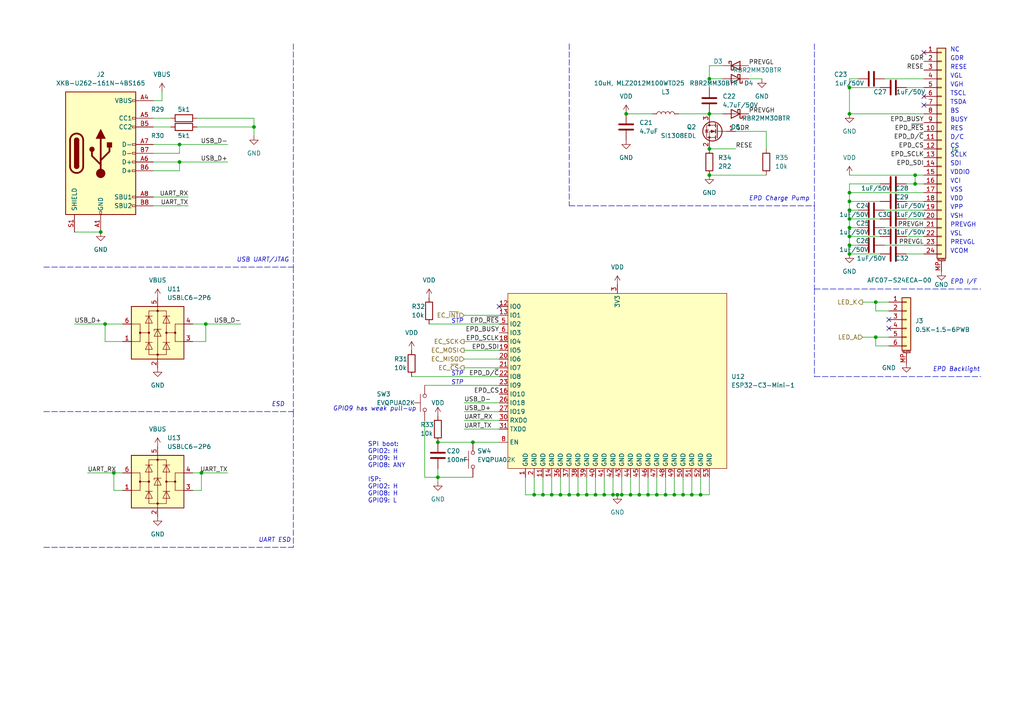
<source format=kicad_sch>
(kicad_sch (version 20211123) (generator eeschema)
  (paper "A4")
  (title_block (title "Home Sensor Tag") (rev "A0") (company "iM.Inc") (comment 1 "PRE-RELEASE"))
  (lib_symbols
    (symbol "Connector:USB_C_Receptacle_USB2.0" (pin_names (offset 1.016))
      (property "Reference" "J" (at -10.16 19.05 0))
      (property "Value" "USB_C_Receptacle_USB2.0" (at 19.05 19.05 0))
      (symbol "USB_C_Receptacle_USB2.0_0_0"
        (rectangle (start -0.254 -17.78) (end 0.254 -16.764))
        (rectangle (start 10.16 -14.986) (end 9.144 -15.494))
        (rectangle (start 10.16 -12.446) (end 9.144 -12.954))
        (rectangle (start 10.16 -4.826) (end 9.144 -5.334))
        (rectangle (start 10.16 -2.286) (end 9.144 -2.794))
        (rectangle (start 10.16 0.254) (end 9.144 -0.254))
        (rectangle (start 10.16 2.794) (end 9.144 2.286))
        (rectangle (start 10.16 7.874) (end 9.144 7.366))
        (rectangle (start 10.16 10.414) (end 9.144 9.906))
        (rectangle (start 10.16 15.494) (end 9.144 14.986))
      )
      (symbol "USB_C_Receptacle_USB2.0_0_1"
        (rectangle (start -10.16 17.78) (end 10.16 -17.78) (stroke (width 0.254)) (fill (type background)))
        (arc (start -8.89 -3.81) (mid -6.985 -5.715) (end -5.08 -3.81) (stroke (width 0.508)))
        (arc (start -7.62 -3.81) (mid -6.985 -4.445) (end -6.35 -3.81) (stroke (width 0.254)))
        (arc (start -7.62 -3.81) (mid -6.985 -4.445) (end -6.35 -3.81) (stroke (width 0.254)) (fill (type outline)))
        (rectangle (start -7.62 -3.81) (end -6.35 3.81) (stroke (width 0.254)) (fill (type outline)))
        (arc (start -6.35 3.81) (mid -6.985 4.445) (end -7.62 3.81) (stroke (width 0.254)))
        (arc (start -6.35 3.81) (mid -6.985 4.445) (end -7.62 3.81) (stroke (width 0.254)) (fill (type outline)))
        (arc (start -5.08 3.81) (mid -6.985 5.715) (end -8.89 3.81) (stroke (width 0.508)))
        (circle (center -2.54 1.143) (radius 0.635) (stroke (width 0.254)) (fill (type outline)))
        (circle (center 0 -5.842) (radius 1.27) (fill (type outline)))
        (polyline (pts (xy -8.89 -3.81) (xy -8.89 3.81)) (stroke (width 0.508)))
        (polyline (pts (xy -5.08 3.81) (xy -5.08 -3.81)) (stroke (width 0.508)))
        (polyline (pts (xy 0 -5.842) (xy 0 4.318)) (stroke (width 0.508)))
        (polyline (pts (xy 0 -3.302) (xy -2.54 -0.762) (xy -2.54 0.508)) (stroke (width 0.508)))
        (polyline (pts (xy 0 -2.032) (xy 2.54 0.508) (xy 2.54 1.778)) (stroke (width 0.508)))
        (polyline (pts (xy -1.27 4.318) (xy 0 6.858) (xy 1.27 4.318) (xy -1.27 4.318)) (stroke (width 0.254)) (fill (type outline)))
        (rectangle (start 1.905 1.778) (end 3.175 3.048) (stroke (width 0.254)) (fill (type outline)))
      )
      (symbol "USB_C_Receptacle_USB2.0_1_1"
        (pin passive line (at 0 -22.86 90) (length 5.08) (name "GND") (number "A1"))
        (pin passive line (at 0 -22.86 90) (length 5.08) hide (name "GND") (number "A12"))
        (pin passive line (at 15.24 15.24 180) (length 5.08) (name "VBUS") (number "A4"))
        (pin bidirectional line (at 15.24 10.16 180) (length 5.08) (name "CC1") (number "A5"))
        (pin bidirectional line (at 15.24 -2.54 180) (length 5.08) (name "D+") (number "A6"))
        (pin bidirectional line (at 15.24 2.54 180) (length 5.08) (name "D-") (number "A7"))
        (pin bidirectional line (at 15.24 -12.7 180) (length 5.08) (name "SBU1") (number "A8"))
        (pin passive line (at 15.24 15.24 180) (length 5.08) hide (name "VBUS") (number "A9"))
        (pin passive line (at 0 -22.86 90) (length 5.08) hide (name "GND") (number "B1"))
        (pin passive line (at 0 -22.86 90) (length 5.08) hide (name "GND") (number "B12"))
        (pin passive line (at 15.24 15.24 180) (length 5.08) hide (name "VBUS") (number "B4"))
        (pin bidirectional line (at 15.24 7.62 180) (length 5.08) (name "CC2") (number "B5"))
        (pin bidirectional line (at 15.24 -5.08 180) (length 5.08) (name "D+") (number "B6"))
        (pin bidirectional line (at 15.24 0 180) (length 5.08) (name "D-") (number "B7"))
        (pin bidirectional line (at 15.24 -15.24 180) (length 5.08) (name "SBU2") (number "B8"))
        (pin passive line (at 15.24 15.24 180) (length 5.08) hide (name "VBUS") (number "B9"))
        (pin passive line (at -7.62 -22.86 90) (length 5.08) (name "SHIELD") (number "S1"))
      )
    )
    (symbol "Connector_Generic_MountingPin:Conn_01x06_MountingPin" (pin_names (offset 1.016) hide)
      (property "Reference" "J" (at 0 7.62 0))
      (property "Value" "Conn_01x06_MountingPin" (at 1.27 -10.16 0))
      (symbol "Conn_01x06_MountingPin_1_1"
        (rectangle (start -1.27 -7.493) (end 0 -7.747) (stroke (width 0.1524)))
        (rectangle (start -1.27 -4.953) (end 0 -5.207) (stroke (width 0.1524)))
        (rectangle (start -1.27 -2.413) (end 0 -2.667) (stroke (width 0.1524)))
        (rectangle (start -1.27 0.127) (end 0 -0.127) (stroke (width 0.1524)))
        (rectangle (start -1.27 2.667) (end 0 2.413) (stroke (width 0.1524)))
        (rectangle (start -1.27 5.207) (end 0 4.953) (stroke (width 0.1524)))
        (rectangle (start -1.27 6.35) (end 1.27 -8.89) (stroke (width 0.254)) (fill (type background)))
        (polyline (pts (xy -1.016 -9.652) (xy 1.016 -9.652)) (stroke (width 0.1524)))
        (text "Mounting" (at 0 -9.271 0) (effects (font (size 0.381 0.381))))
        (pin passive line (at -5.08 5.08 0) (length 3.81) (name "Pin_1") (number "1"))
        (pin passive line (at -5.08 2.54 0) (length 3.81) (name "Pin_2") (number "2"))
        (pin passive line (at -5.08 0 0) (length 3.81) (name "Pin_3") (number "3"))
        (pin passive line (at -5.08 -2.54 0) (length 3.81) (name "Pin_4") (number "4"))
        (pin passive line (at -5.08 -5.08 0) (length 3.81) (name "Pin_5") (number "5"))
        (pin passive line (at -5.08 -7.62 0) (length 3.81) (name "Pin_6") (number "6"))
        (pin passive line (at 0 -12.7 90) (length 3.048) (name "MountPin") (number "MP"))
      )
    )
    (symbol "Connector_Generic_MountingPin:Conn_01x24_MountingPin" (pin_names (offset 1.016) hide)
      (property "Reference" "J" (at 0 30.48 0))
      (property "Value" "Conn_01x24_MountingPin" (at 1.27 -33.02 0))
      (symbol "Conn_01x24_MountingPin_1_1"
        (rectangle (start -1.27 -30.353) (end 0 -30.607) (stroke (width 0.1524)))
        (rectangle (start -1.27 -27.813) (end 0 -28.067) (stroke (width 0.1524)))
        (rectangle (start -1.27 -25.273) (end 0 -25.527) (stroke (width 0.1524)))
        (rectangle (start -1.27 -22.733) (end 0 -22.987) (stroke (width 0.1524)))
        (rectangle (start -1.27 -20.193) (end 0 -20.447) (stroke (width 0.1524)))
        (rectangle (start -1.27 -17.653) (end 0 -17.907) (stroke (width 0.1524)))
        (rectangle (start -1.27 -15.113) (end 0 -15.367) (stroke (width 0.1524)))
        (rectangle (start -1.27 -12.573) (end 0 -12.827) (stroke (width 0.1524)))
        (rectangle (start -1.27 -10.033) (end 0 -10.287) (stroke (width 0.1524)))
        (rectangle (start -1.27 -7.493) (end 0 -7.747) (stroke (width 0.1524)))
        (rectangle (start -1.27 -4.953) (end 0 -5.207) (stroke (width 0.1524)))
        (rectangle (start -1.27 -2.413) (end 0 -2.667) (stroke (width 0.1524)))
        (rectangle (start -1.27 0.127) (end 0 -0.127) (stroke (width 0.1524)))
        (rectangle (start -1.27 2.667) (end 0 2.413) (stroke (width 0.1524)))
        (rectangle (start -1.27 5.207) (end 0 4.953) (stroke (width 0.1524)))
        (rectangle (start -1.27 7.747) (end 0 7.493) (stroke (width 0.1524)))
        (rectangle (start -1.27 10.287) (end 0 10.033) (stroke (width 0.1524)))
        (rectangle (start -1.27 12.827) (end 0 12.573) (stroke (width 0.1524)))
        (rectangle (start -1.27 15.367) (end 0 15.113) (stroke (width 0.1524)))
        (rectangle (start -1.27 17.907) (end 0 17.653) (stroke (width 0.1524)))
        (rectangle (start -1.27 20.447) (end 0 20.193) (stroke (width 0.1524)))
        (rectangle (start -1.27 22.987) (end 0 22.733) (stroke (width 0.1524)))
        (rectangle (start -1.27 25.527) (end 0 25.273) (stroke (width 0.1524)))
        (rectangle (start -1.27 28.067) (end 0 27.813) (stroke (width 0.1524)))
        (rectangle (start -1.27 29.21) (end 1.27 -31.75) (stroke (width 0.254)) (fill (type background)))
        (polyline (pts (xy -1.016 -32.512) (xy 1.016 -32.512)) (stroke (width 0.1524)))
        (text "Mounting" (at 0 -32.131 0) (effects (font (size 0.381 0.381))))
        (pin passive line (at -5.08 27.94 0) (length 3.81) (name "Pin_1") (number "1"))
        (pin passive line (at -5.08 5.08 0) (length 3.81) (name "Pin_10") (number "10"))
        (pin passive line (at -5.08 2.54 0) (length 3.81) (name "Pin_11") (number "11"))
        (pin passive line (at -5.08 0 0) (length 3.81) (name "Pin_12") (number "12"))
        (pin passive line (at -5.08 -2.54 0) (length 3.81) (name "Pin_13") (number "13"))
        (pin passive line (at -5.08 -5.08 0) (length 3.81) (name "Pin_14") (number "14"))
        (pin passive line (at -5.08 -7.62 0) (length 3.81) (name "Pin_15") (number "15"))
        (pin passive line (at -5.08 -10.16 0) (length 3.81) (name "Pin_16") (number "16"))
        (pin passive line (at -5.08 -12.7 0) (length 3.81) (name "Pin_17") (number "17"))
        (pin passive line (at -5.08 -15.24 0) (length 3.81) (name "Pin_18") (number "18"))
        (pin passive line (at -5.08 -17.78 0) (length 3.81) (name "Pin_19") (number "19"))
        (pin passive line (at -5.08 25.4 0) (length 3.81) (name "Pin_2") (number "2"))
        (pin passive line (at -5.08 -20.32 0) (length 3.81) (name "Pin_20") (number "20"))
        (pin passive line (at -5.08 -22.86 0) (length 3.81) (name "Pin_21") (number "21"))
        (pin passive line (at -5.08 -25.4 0) (length 3.81) (name "Pin_22") (number "22"))
        (pin passive line (at -5.08 -27.94 0) (length 3.81) (name "Pin_23") (number "23"))
        (pin passive line (at -5.08 -30.48 0) (length 3.81) (name "Pin_24") (number "24"))
        (pin passive line (at -5.08 22.86 0) (length 3.81) (name "Pin_3") (number "3"))
        (pin passive line (at -5.08 20.32 0) (length 3.81) (name "Pin_4") (number "4"))
        (pin passive line (at -5.08 17.78 0) (length 3.81) (name "Pin_5") (number "5"))
        (pin passive line (at -5.08 15.24 0) (length 3.81) (name "Pin_6") (number "6"))
        (pin passive line (at -5.08 12.7 0) (length 3.81) (name "Pin_7") (number "7"))
        (pin passive line (at -5.08 10.16 0) (length 3.81) (name "Pin_8") (number "8"))
        (pin passive line (at -5.08 7.62 0) (length 3.81) (name "Pin_9") (number "9"))
        (pin passive line (at 0 -35.56 90) (length 3.048) (name "MountPin") (number "MP"))
      )
    )
    (symbol "Device:C" (pin_numbers hide) (pin_names (offset 0.254))
      (property "Reference" "C" (at 0.635 2.54 0))
      (property "Value" "C" (at 0.635 -2.54 0))
      (symbol "C_0_1"
        (polyline (pts (xy -2.032 -0.762) (xy 2.032 -0.762)) (stroke (width 0.508)))
        (polyline (pts (xy -2.032 0.762) (xy 2.032 0.762)) (stroke (width 0.508)))
      )
      (symbol "C_1_1"
        (pin passive line (at 0 3.81 270) (length 2.794) (name "~") (number "1"))
        (pin passive line (at 0 -3.81 90) (length 2.794) (name "~") (number "2"))
      )
    )
    (symbol "Device:D_Schottky" (pin_numbers hide) (pin_names (offset 1.016) hide)
      (property "Reference" "D" (at 0 2.54 0))
      (property "Value" "D_Schottky" (at 0 -2.54 0))
      (symbol "D_Schottky_0_1"
        (polyline (pts (xy 1.27 0) (xy -1.27 0)))
        (polyline (pts (xy 1.27 1.27) (xy 1.27 -1.27) (xy -1.27 0) (xy 1.27 1.27)) (stroke (width 0.254)))
        (polyline (pts (xy -1.905 0.635) (xy -1.905 1.27) (xy -1.27 1.27) (xy -1.27 -1.27) (xy -0.635 -1.27) (xy -0.635 -0.635)) (stroke (width 0.254)))
      )
      (symbol "D_Schottky_1_1"
        (pin passive line (at -3.81 0 0) (length 2.54) (name "K") (number "1"))
        (pin passive line (at 3.81 0 180) (length 2.54) (name "A") (number "2"))
      )
    )
    (symbol "Device:L" (pin_numbers hide) (pin_names (offset 1.016) hide)
      (property "Reference" "L" (at -1.27 0 90))
      (property "Value" "L" (at 1.905 0 90))
      (symbol "L_0_1"
        (arc (start 0 -2.54) (mid 0.635 -1.905) (end 0 -1.27))
        (arc (start 0 -1.27) (mid 0.635 -0.635) (end 0 0))
        (arc (start 0 0) (mid 0.635 0.635) (end 0 1.27))
        (arc (start 0 1.27) (mid 0.635 1.905) (end 0 2.54))
      )
      (symbol "L_1_1"
        (pin passive line (at 0 3.81 270) (length 1.27) (name "1") (number "1"))
        (pin passive line (at 0 -3.81 90) (length 1.27) (name "2") (number "2"))
      )
    )
    (symbol "Device:Q_NMOS_GSD" (pin_names (offset 0) hide)
      (property "Reference" "Q" (at 5.08 1.27 0))
      (property "Value" "Q_NMOS_GSD" (at 5.08 -1.27 0))
      (symbol "Q_NMOS_GSD_0_1"
        (polyline (pts (xy 0.254 0) (xy -2.54 0)))
        (polyline (pts (xy 0.254 1.905) (xy 0.254 -1.905)) (stroke (width 0.254)))
        (polyline (pts (xy 0.762 -1.27) (xy 0.762 -2.286)) (stroke (width 0.254)))
        (polyline (pts (xy 0.762 0.508) (xy 0.762 -0.508)) (stroke (width 0.254)))
        (polyline (pts (xy 0.762 2.286) (xy 0.762 1.27)) (stroke (width 0.254)))
        (polyline (pts (xy 2.54 2.54) (xy 2.54 1.778)))
        (polyline (pts (xy 2.54 -2.54) (xy 2.54 0) (xy 0.762 0)))
        (polyline (pts (xy 0.762 -1.778) (xy 3.302 -1.778) (xy 3.302 1.778) (xy 0.762 1.778)))
        (polyline (pts (xy 1.016 0) (xy 2.032 0.381) (xy 2.032 -0.381) (xy 1.016 0)) (fill (type outline)))
        (polyline (pts (xy 2.794 0.508) (xy 2.921 0.381) (xy 3.683 0.381) (xy 3.81 0.254)))
        (polyline (pts (xy 3.302 0.381) (xy 2.921 -0.254) (xy 3.683 -0.254) (xy 3.302 0.381)))
        (circle (center 1.651 0) (radius 2.794) (stroke (width 0.254)))
        (circle (center 2.54 -1.778) (radius 0.254) (fill (type outline)))
        (circle (center 2.54 1.778) (radius 0.254) (fill (type outline)))
      )
      (symbol "Q_NMOS_GSD_1_1"
        (pin input line (at -5.08 0 0) (length 2.54) (name "G") (number "1"))
        (pin passive line (at 2.54 -5.08 90) (length 2.54) (name "S") (number "2"))
        (pin passive line (at 2.54 5.08 270) (length 2.54) (name "D") (number "3"))
      )
    )
    (symbol "Device:R" (pin_numbers hide) (pin_names (offset 0))
      (property "Reference" "R" (at 2.032 0 90))
      (property "Value" "R" (at 0 0 90))
      (symbol "R_0_1"
        (rectangle (start -1.016 -2.54) (end 1.016 2.54) (stroke (width 0.254)))
      )
      (symbol "R_1_1"
        (pin passive line (at 0 3.81 270) (length 1.27) (name "~") (number "1"))
        (pin passive line (at 0 -3.81 90) (length 1.27) (name "~") (number "2"))
      )
    )
    (symbol "Power_Protection:USBLC6-2P6" (pin_names hide)
      (property "Reference" "U" (at 2.54 8.89 0))
      (property "Value" "USBLC6-2P6" (at 2.54 -8.89 0))
      (symbol "USBLC6-2P6_0_1"
        (rectangle (start -7.62 -7.62) (end 7.62 7.62) (stroke (width 0.254)) (fill (type background)))
        (circle (center -5.08 0) (radius 0.254) (fill (type outline)))
        (circle (center -2.54 0) (radius 0.254) (fill (type outline)))
        (rectangle (start -2.54 6.35) (end 2.54 -6.35))
        (circle (center 0 -6.35) (radius 0.254) (fill (type outline)))
        (polyline (pts (xy -5.08 -2.54) (xy -7.62 -2.54)))
        (polyline (pts (xy -5.08 0) (xy -5.08 -2.54)))
        (polyline (pts (xy -5.08 2.54) (xy -7.62 2.54)))
        (polyline (pts (xy -1.524 -2.794) (xy -3.556 -2.794)))
        (polyline (pts (xy -1.524 4.826) (xy -3.556 4.826)))
        (polyline (pts (xy 0 -7.62) (xy 0 -6.35)))
        (polyline (pts (xy 0 -6.35) (xy 0 1.27)))
        (polyline (pts (xy 0 1.27) (xy 0 6.35)))
        (polyline (pts (xy 0 6.35) (xy 0 7.62)))
        (polyline (pts (xy 1.524 -2.794) (xy 3.556 -2.794)))
        (polyline (pts (xy 1.524 4.826) (xy 3.556 4.826)))
        (polyline (pts (xy 5.08 -2.54) (xy 7.62 -2.54)))
        (polyline (pts (xy 5.08 0) (xy 5.08 -2.54)))
        (polyline (pts (xy 5.08 2.54) (xy 7.62 2.54)))
        (polyline (pts (xy -2.54 0) (xy -5.08 0) (xy -5.08 2.54)))
        (polyline (pts (xy 2.54 0) (xy 5.08 0) (xy 5.08 2.54)))
        (polyline (pts (xy -3.556 -4.826) (xy -1.524 -4.826) (xy -2.54 -2.794) (xy -3.556 -4.826)))
        (polyline (pts (xy -3.556 2.794) (xy -1.524 2.794) (xy -2.54 4.826) (xy -3.556 2.794)))
        (polyline (pts (xy -1.016 -1.016) (xy 1.016 -1.016) (xy 0 1.016) (xy -1.016 -1.016)))
        (polyline (pts (xy 1.016 1.016) (xy 0.762 1.016) (xy -1.016 1.016) (xy -1.016 0.508)))
        (polyline (pts (xy 3.556 -4.826) (xy 1.524 -4.826) (xy 2.54 -2.794) (xy 3.556 -4.826)))
        (polyline (pts (xy 3.556 2.794) (xy 1.524 2.794) (xy 2.54 4.826) (xy 3.556 2.794)))
        (circle (center 0 6.35) (radius 0.254) (fill (type outline)))
        (circle (center 2.54 0) (radius 0.254) (fill (type outline)))
        (circle (center 5.08 0) (radius 0.254) (fill (type outline)))
      )
      (symbol "USBLC6-2P6_1_1"
        (pin passive line (at -10.16 -2.54 0) (length 2.54) (name "I/O1") (number "1"))
        (pin passive line (at 0 -10.16 90) (length 2.54) (name "GND") (number "2"))
        (pin passive line (at 10.16 -2.54 180) (length 2.54) (name "I/O2") (number "3"))
        (pin passive line (at 10.16 2.54 180) (length 2.54) (name "I/O2") (number "4"))
        (pin passive line (at 0 10.16 270) (length 2.54) (name "VBUS") (number "5"))
        (pin passive line (at -10.16 2.54 0) (length 2.54) (name "I/O1") (number "6"))
      )
    )
    (symbol "RF_Module_Local:ESP32-C3-Mini-1"
      (property "Reference" "U" (at -30.48 25.4 0))
      (property "Value" "ESP32-C3-Mini-1" (at 21.59 25.4 0))
      (symbol "ESP32-C3-Mini-1_0_0"
        (pin power_in line (at -26.67 -29.21 90) (length 2.54) (name "GND") (number "1"))
        (pin no_connect line (at 34.29 -6.35 180) (length 2.54) hide (name "NC") (number "10"))
        (pin power_in line (at -21.59 -29.21 90) (length 2.54) (name "GND") (number "11"))
        (pin tri_state line (at -34.29 20.32 0) (length 2.54) (name "IO0") (number "12"))
        (pin tri_state line (at -34.29 17.78 0) (length 2.54) (name "IO1") (number "13"))
        (pin power_in line (at -19.05 -29.21 90) (length 2.54) (name "GND") (number "14"))
        (pin no_connect line (at 34.29 -3.81 180) (length 2.54) hide (name "NC") (number "15"))
        (pin tri_state line (at -34.29 -5.08 0) (length 2.54) (name "IO10") (number "16"))
        (pin no_connect line (at 34.29 -1.27 180) (length 2.54) hide (name "NC") (number "17"))
        (pin tri_state line (at -34.29 10.16 0) (length 2.54) (name "IO4") (number "18"))
        (pin tri_state line (at -34.29 7.62 0) (length 2.54) (name "IO5") (number "19"))
        (pin power_in line (at -24.13 -29.21 90) (length 2.54) (name "GND") (number "2"))
        (pin tri_state line (at -34.29 5.08 0) (length 2.54) (name "IO6") (number "20"))
        (pin tri_state line (at -34.29 2.54 0) (length 2.54) (name "IO7") (number "21"))
        (pin tri_state line (at -34.29 0 0) (length 2.54) (name "IO8") (number "22"))
        (pin tri_state line (at -34.29 -2.54 0) (length 2.54) (name "IO9") (number "23"))
        (pin no_connect line (at 34.29 1.27 180) (length 2.54) hide (name "NC") (number "24"))
        (pin no_connect line (at 34.29 3.81 180) (length 2.54) hide (name "NC") (number "25"))
        (pin tri_state line (at -34.29 -7.62 0) (length 2.54) (name "IO18") (number "26"))
        (pin tri_state line (at -34.29 -10.16 0) (length 2.54) (name "IO19") (number "27"))
        (pin no_connect line (at 34.29 6.35 180) (length 2.54) hide (name "NC") (number "28"))
        (pin no_connect line (at 34.29 8.89 180) (length 2.54) hide (name "NC") (number "29"))
        (pin power_in line (at 0 26.67 270) (length 2.54) (name "3V3") (number "3"))
        (pin tri_state line (at -34.29 -12.7 0) (length 2.54) (name "RXD0") (number "30"))
        (pin tri_state line (at -34.29 -15.24 0) (length 2.54) (name "TXD0") (number "31"))
        (pin no_connect line (at 34.29 11.43 180) (length 2.54) hide (name "NC") (number "32"))
        (pin no_connect line (at 34.29 13.97 180) (length 2.54) hide (name "NC") (number "33"))
        (pin no_connect line (at 34.29 16.51 180) (length 2.54) hide (name "NC") (number "34"))
        (pin no_connect line (at 34.29 19.05 180) (length 2.54) hide (name "NC") (number "35"))
        (pin power_in line (at -16.51 -29.21 90) (length 2.54) (name "GND") (number "36"))
        (pin power_in line (at -13.97 -29.21 90) (length 2.54) (name "GND") (number "37"))
        (pin power_in line (at -11.43 -29.21 90) (length 2.54) (name "GND") (number "38"))
        (pin power_in line (at -8.89 -29.21 90) (length 2.54) (name "GND") (number "39"))
        (pin no_connect line (at 34.29 -13.97 180) (length 2.54) hide (name "NC") (number "4"))
        (pin power_in line (at -6.35 -29.21 90) (length 2.54) (name "GND") (number "40"))
        (pin power_in line (at -3.81 -29.21 90) (length 2.54) (name "GND") (number "41"))
        (pin power_in line (at -1.27 -29.21 90) (length 2.54) (name "GND") (number "42"))
        (pin power_in line (at 1.27 -29.21 90) (length 2.54) (name "GND") (number "43"))
        (pin power_in line (at 3.81 -29.21 90) (length 2.54) (name "GND") (number "44"))
        (pin power_in line (at 6.35 -29.21 90) (length 2.54) (name "GND") (number "45"))
        (pin power_in line (at 8.89 -29.21 90) (length 2.54) (name "GND") (number "46"))
        (pin power_in line (at 11.43 -29.21 90) (length 2.54) (name "GND") (number "47"))
        (pin power_in line (at 13.97 -29.21 90) (length 2.54) (name "GND") (number "48"))
        (pin power_in line (at 16.51 -29.21 90) (length 2.54) (name "GND") (number "49"))
        (pin tri_state line (at -34.29 15.24 0) (length 2.54) (name "IO2") (number "5"))
        (pin power_in line (at 19.05 -29.21 90) (length 2.54) (name "GND") (number "50"))
        (pin power_in line (at 21.59 -29.21 90) (length 2.54) (name "GND") (number "51"))
        (pin power_in line (at 24.13 -29.21 90) (length 2.54) (name "GND") (number "52"))
        (pin power_in line (at 26.67 -29.21 90) (length 2.54) (name "GND") (number "53"))
        (pin tri_state line (at -34.29 12.7 0) (length 2.54) (name "IO3") (number "6"))
        (pin no_connect line (at 34.29 -11.43 180) (length 2.54) hide (name "NC") (number "7"))
        (pin input line (at -34.29 -19.05 0) (length 2.54) (name "EN") (number "8"))
        (pin no_connect line (at 34.29 -8.89 180) (length 2.54) hide (name "NC") (number "9"))
      )
      (symbol "ESP32-C3-Mini-1_0_1"
        (rectangle (start -31.75 24.13) (end 31.75 -26.67) (fill (type background)))
      )
    )
    (symbol "Switch:SW_Push" (pin_numbers hide) (pin_names (offset 1.016) hide)
      (property "Reference" "SW" (at 1.27 2.54 0))
      (property "Value" "SW_Push" (at 0 -1.524 0))
      (symbol "SW_Push_0_1"
        (circle (center -2.032 0) (radius 0.508))
        (polyline (pts (xy 0 1.27) (xy 0 3.048)))
        (polyline (pts (xy 2.54 1.27) (xy -2.54 1.27)))
        (circle (center 2.032 0) (radius 0.508))
        (pin passive line (at -5.08 0 0) (length 2.54) (name "1") (number "1"))
        (pin passive line (at 5.08 0 180) (length 2.54) (name "2") (number "2"))
      )
    )
    (symbol "power:GND" (power) (pin_names (offset 0))
      (property "Value" "GND" (at 0 -3.81 0))
      (symbol "GND_0_1"
        (polyline (pts (xy 0 0) (xy 0 -1.27) (xy 1.27 -1.27) (xy 0 -2.54) (xy -1.27 -1.27) (xy 0 -1.27)))
      )
      (symbol "GND_1_1"
        (pin power_in line (at 0 0 270) (length 0) hide (name "GND") (number "1"))
      )
    )
    (symbol "power:VBUS" (power) (pin_names (offset 0))
      (property "Value" "VBUS" (at 0 3.81 0))
      (symbol "VBUS_0_1"
        (polyline (pts (xy -0.762 1.27) (xy 0 2.54)))
        (polyline (pts (xy 0 0) (xy 0 2.54)))
        (polyline (pts (xy 0 2.54) (xy 0.762 1.27)))
      )
      (symbol "VBUS_1_1"
        (pin power_in line (at 0 0 90) (length 0) hide (name "VBUS") (number "1"))
      )
    )
    (symbol "power:VDD" (power) (pin_names (offset 0))
      (property "Value" "VDD" (at 0 3.81 0))
      (symbol "VDD_0_1"
        (polyline (pts (xy -0.762 1.27) (xy 0 2.54)))
        (polyline (pts (xy 0 0) (xy 0 2.54)))
        (polyline (pts (xy 0 2.54) (xy 0.762 1.27)))
      )
      (symbol "VDD_1_1"
        (pin power_in line (at 0 0 90) (length 0) hide (name "VDD") (number "1"))
      )
    )
  )
  (junction (at 73.66 36.83))
  (junction (at 246.38 33.02))
  (junction (at 205.74 33.02))
  (junction (at 177.8 143.51))
  (junction (at 137.16 128.27))
  (junction (at 190.5 143.51))
  (junction (at 167.64 143.51))
  (junction (at 170.18 143.51))
  (junction (at 246.38 71.12))
  (junction (at 246.38 66.04))
  (junction (at 187.96 143.51))
  (junction (at 246.38 68.58))
  (junction (at 200.66 143.51))
  (junction (at 29.21 67.31))
  (junction (at 254 97.79))
  (junction (at 154.94 143.51))
  (junction (at 203.2 143.51))
  (junction (at 175.26 143.51))
  (junction (at 162.56 143.51))
  (junction (at 182.88 143.51))
  (junction (at 265.43 50.8))
  (junction (at 254 87.63))
  (junction (at 246.38 55.88))
  (junction (at 205.74 50.8))
  (junction (at 59.69 93.98))
  (junction (at 198.12 143.51))
  (junction (at 205.74 22.86))
  (junction (at 193.04 143.51))
  (junction (at 30.48 93.98))
  (junction (at 127 128.27))
  (junction (at 33.02 137.16))
  (junction (at 172.72 143.51))
  (junction (at 246.38 63.5))
  (junction (at 52.07 41.91))
  (junction (at 127 138.43))
  (junction (at 157.48 143.51))
  (junction (at 160.02 143.51))
  (junction (at 246.38 73.66))
  (junction (at 246.38 25.4))
  (junction (at 185.42 143.51))
  (junction (at 52.07 46.99))
  (junction (at 58.42 137.16))
  (junction (at 195.58 143.51))
  (junction (at 165.1 143.51))
  (junction (at 179.07 143.51))
  (junction (at 265.43 53.34))
  (junction (at 180.34 143.51))
  (junction (at 205.74 43.18))
  (junction (at 246.38 60.96))
  (junction (at 181.61 33.02))
  (junction (at 246.38 58.42))
  (no_connect (at 257.81 92.71))
  (no_connect (at 267.97 15.24))
  (no_connect (at 144.78 88.9))
  (no_connect (at 257.81 95.25))
  (no_connect (at 267.97 27.94))
  (no_connect (at 267.97 30.48))
  (wire (pts (xy 205.74 143.51) (xy 205.74 138.43)))
  (wire (pts (xy 190.5 138.43) (xy 190.5 143.51)))
  (wire (pts (xy 203.2 143.51) (xy 205.74 143.51)))
  (polyline (pts (xy 236.22 12.7) (xy 236.22 59.69)))
  (wire (pts (xy 35.56 99.06) (xy 30.48 99.06)))
  (wire (pts (xy 213.36 38.1) (xy 222.25 38.1)))
  (wire (pts (xy 217.17 22.86) (xy 220.98 22.86)))
  (wire (pts (xy 162.56 138.43) (xy 162.56 143.51)))
  (wire (pts (xy 167.64 138.43) (xy 167.64 143.51)))
  (wire (pts (xy 254 100.33) (xy 254 97.79)))
  (wire (pts (xy 248.92 71.12) (xy 246.38 71.12)))
  (wire (pts (xy 195.58 138.43) (xy 195.58 143.51)))
  (wire (pts (xy 254 87.63) (xy 257.81 87.63)))
  (wire (pts (xy 30.48 93.98) (xy 21.59 93.98)))
  (wire (pts (xy 246.38 22.86) (xy 248.92 22.86)))
  (wire (pts (xy 123.19 111.76) (xy 144.78 111.76)))
  (wire (pts (xy 262.89 58.42) (xy 267.97 58.42)))
  (wire (pts (xy 246.38 55.88) (xy 246.38 58.42)))
  (wire (pts (xy 73.66 34.29) (xy 73.66 36.83)))
  (polyline (pts (xy 12.7 158.75) (xy 85.09 158.75)))
  (wire (pts (xy 172.72 138.43) (xy 172.72 143.51)))
  (wire (pts (xy 154.94 143.51) (xy 157.48 143.51)))
  (wire (pts (xy 200.66 143.51) (xy 203.2 143.51)))
  (wire (pts (xy 55.88 142.24) (xy 58.42 142.24)))
  (polyline (pts (xy 236.22 83.82) (xy 236.22 109.22)))
  (wire (pts (xy 127 138.43) (xy 137.16 138.43)))
  (polyline (pts (xy 12.7 119.38) (xy 85.09 119.38)))
  (wire (pts (xy 127 138.43) (xy 127 139.7)))
  (wire (pts (xy 246.38 25.4) (xy 246.38 22.86)))
  (wire (pts (xy 256.54 60.96) (xy 267.97 60.96)))
  (wire (pts (xy 44.45 59.69) (xy 54.61 59.69)))
  (wire (pts (xy 69.85 93.98) (xy 59.69 93.98)))
  (wire (pts (xy 180.34 138.43) (xy 180.34 143.51)))
  (wire (pts (xy 246.38 71.12) (xy 246.38 73.66)))
  (wire (pts (xy 52.07 46.99) (xy 66.04 46.99)))
  (wire (pts (xy 246.38 60.96) (xy 246.38 63.5)))
  (wire (pts (xy 246.38 50.8) (xy 265.43 50.8)))
  (wire (pts (xy 170.18 138.43) (xy 170.18 143.51)))
  (wire (pts (xy 44.45 41.91) (xy 52.07 41.91)))
  (wire (pts (xy 52.07 49.53) (xy 44.45 49.53)))
  (wire (pts (xy 58.42 137.16) (xy 66.04 137.16)))
  (wire (pts (xy 205.74 33.02) (xy 209.55 33.02)))
  (wire (pts (xy 57.15 36.83) (xy 73.66 36.83)))
  (wire (pts (xy 170.18 143.51) (xy 172.72 143.51)))
  (wire (pts (xy 250.19 97.79) (xy 254 97.79)))
  (wire (pts (xy 157.48 143.51) (xy 160.02 143.51)))
  (wire (pts (xy 160.02 143.51) (xy 162.56 143.51)))
  (wire (pts (xy 262.89 68.58) (xy 267.97 68.58)))
  (wire (pts (xy 55.88 137.16) (xy 58.42 137.16)))
  (wire (pts (xy 44.45 36.83) (xy 49.53 36.83)))
  (wire (pts (xy 59.69 99.06) (xy 59.69 93.98)))
  (wire (pts (xy 123.19 121.92) (xy 123.19 138.43)))
  (wire (pts (xy 246.38 53.34) (xy 246.38 55.88)))
  (polyline (pts (xy 236.22 59.69) (xy 236.22 83.82)))
  (wire (pts (xy 59.69 93.98) (xy 55.88 93.98)))
  (wire (pts (xy 127 128.27) (xy 137.16 128.27)))
  (polyline (pts (xy 12.7 77.47) (xy 85.09 77.47)))
  (wire (pts (xy 177.8 143.51) (xy 179.07 143.51)))
  (wire (pts (xy 44.45 46.99) (xy 52.07 46.99)))
  (wire (pts (xy 21.59 67.31) (xy 29.21 67.31)))
  (wire (pts (xy 52.07 41.91) (xy 66.04 41.91)))
  (polyline (pts (xy 85.09 12.7) (xy 85.09 77.47)))
  (polyline (pts (xy 165.1 12.7) (xy 165.1 59.69)))
  (wire (pts (xy 195.58 143.51) (xy 198.12 143.51)))
  (wire (pts (xy 52.07 44.45) (xy 44.45 44.45)))
  (wire (pts (xy 198.12 143.51) (xy 200.66 143.51)))
  (wire (pts (xy 205.74 50.8) (xy 222.25 50.8)))
  (wire (pts (xy 52.07 41.91) (xy 52.07 44.45)))
  (wire (pts (xy 44.45 29.21) (xy 46.99 29.21)))
  (wire (pts (xy 165.1 138.43) (xy 165.1 143.51)))
  (polyline (pts (xy 236.22 109.22) (xy 284.48 109.22)))
  (wire (pts (xy 175.26 138.43) (xy 175.26 143.51)))
  (wire (pts (xy 44.45 34.29) (xy 49.53 34.29)))
  (wire (pts (xy 57.15 34.29) (xy 73.66 34.29)))
  (wire (pts (xy 160.02 138.43) (xy 160.02 143.51)))
  (wire (pts (xy 190.5 143.51) (xy 193.04 143.51)))
  (wire (pts (xy 254 97.79) (xy 257.81 97.79)))
  (wire (pts (xy 134.62 101.6) (xy 144.78 101.6)))
  (wire (pts (xy 246.38 66.04) (xy 246.38 68.58)))
  (wire (pts (xy 262.89 73.66) (xy 267.97 73.66)))
  (polyline (pts (xy 85.09 77.47) (xy 85.09 119.38)))
  (wire (pts (xy 187.96 138.43) (xy 187.96 143.51)))
  (wire (pts (xy 46.99 29.21) (xy 46.99 26.67)))
  (wire (pts (xy 255.27 58.42) (xy 246.38 58.42)))
  (wire (pts (xy 255.27 53.34) (xy 246.38 53.34)))
  (wire (pts (xy 267.97 50.8) (xy 265.43 50.8)))
  (wire (pts (xy 124.46 93.98) (xy 144.78 93.98)))
  (wire (pts (xy 134.62 119.38) (xy 144.78 119.38)))
  (wire (pts (xy 177.8 138.43) (xy 177.8 143.51)))
  (wire (pts (xy 185.42 138.43) (xy 185.42 143.51)))
  (wire (pts (xy 246.38 33.02) (xy 267.97 33.02)))
  (wire (pts (xy 222.25 38.1) (xy 222.25 43.18)))
  (wire (pts (xy 55.88 99.06) (xy 59.69 99.06)))
  (wire (pts (xy 246.38 58.42) (xy 246.38 60.96)))
  (wire (pts (xy 200.66 138.43) (xy 200.66 143.51)))
  (wire (pts (xy 182.88 143.51) (xy 185.42 143.51)))
  (wire (pts (xy 123.19 138.43) (xy 127 138.43)))
  (wire (pts (xy 248.92 60.96) (xy 246.38 60.96)))
  (wire (pts (xy 257.81 100.33) (xy 254 100.33)))
  (wire (pts (xy 193.04 138.43) (xy 193.04 143.51)))
  (wire (pts (xy 213.36 43.18) (xy 205.74 43.18)))
  (wire (pts (xy 205.74 22.86) (xy 205.74 19.05)))
  (wire (pts (xy 256.54 71.12) (xy 267.97 71.12)))
  (wire (pts (xy 205.74 19.05) (xy 209.55 19.05)))
  (wire (pts (xy 262.89 63.5) (xy 267.97 63.5)))
  (wire (pts (xy 185.42 143.51) (xy 187.96 143.51)))
  (wire (pts (xy 165.1 143.51) (xy 167.64 143.51)))
  (wire (pts (xy 172.72 143.51) (xy 175.26 143.51)))
  (wire (pts (xy 196.85 33.02) (xy 205.74 33.02)))
  (wire (pts (xy 267.97 55.88) (xy 246.38 55.88)))
  (wire (pts (xy 44.45 57.15) (xy 54.61 57.15)))
  (wire (pts (xy 134.62 91.44) (xy 144.78 91.44)))
  (wire (pts (xy 205.74 22.86) (xy 209.55 22.86)))
  (wire (pts (xy 265.43 53.34) (xy 267.97 53.34)))
  (wire (pts (xy 35.56 137.16) (xy 33.02 137.16)))
  (wire (pts (xy 35.56 93.98) (xy 30.48 93.98)))
  (wire (pts (xy 73.66 36.83) (xy 73.66 39.37)))
  (wire (pts (xy 255.27 68.58) (xy 246.38 68.58)))
  (polyline (pts (xy 236.22 83.82) (xy 284.48 83.82)))
  (wire (pts (xy 257.81 90.17) (xy 254 90.17)))
  (wire (pts (xy 250.19 87.63) (xy 254 87.63)))
  (wire (pts (xy 52.07 46.99) (xy 52.07 49.53)))
  (wire (pts (xy 246.38 63.5) (xy 246.38 66.04)))
  (wire (pts (xy 256.54 22.86) (xy 267.97 22.86)))
  (wire (pts (xy 205.74 25.4) (xy 205.74 22.86)))
  (polyline (pts (xy 85.09 119.38) (xy 85.09 158.75)))
  (wire (pts (xy 154.94 138.43) (xy 154.94 143.51)))
  (wire (pts (xy 246.38 66.04) (xy 248.92 66.04)))
  (wire (pts (xy 182.88 138.43) (xy 182.88 143.51)))
  (wire (pts (xy 246.38 25.4) (xy 255.27 25.4)))
  (wire (pts (xy 162.56 143.51) (xy 165.1 143.51)))
  (wire (pts (xy 193.04 143.51) (xy 195.58 143.51)))
  (polyline (pts (xy 165.1 59.69) (xy 236.22 59.69)))
  (wire (pts (xy 152.4 143.51) (xy 154.94 143.51)))
  (wire (pts (xy 134.62 104.14) (xy 144.78 104.14)))
  (wire (pts (xy 33.02 137.16) (xy 25.4 137.16)))
  (wire (pts (xy 262.89 25.4) (xy 267.97 25.4)))
  (wire (pts (xy 134.62 106.68) (xy 144.78 106.68)))
  (wire (pts (xy 134.62 116.84) (xy 144.78 116.84)))
  (wire (pts (xy 167.64 143.51) (xy 170.18 143.51)))
  (wire (pts (xy 265.43 50.8) (xy 265.43 53.34)))
  (wire (pts (xy 246.38 33.02) (xy 246.38 25.4)))
  (wire (pts (xy 35.56 142.24) (xy 33.02 142.24)))
  (wire (pts (xy 175.26 143.51) (xy 177.8 143.51)))
  (wire (pts (xy 256.54 66.04) (xy 267.97 66.04)))
  (wire (pts (xy 33.02 137.16) (xy 33.02 142.24)))
  (wire (pts (xy 187.96 143.51) (xy 190.5 143.51)))
  (wire (pts (xy 134.62 121.92) (xy 144.78 121.92)))
  (wire (pts (xy 58.42 137.16) (xy 58.42 142.24)))
  (wire (pts (xy 180.34 143.51) (xy 182.88 143.51)))
  (wire (pts (xy 246.38 73.66) (xy 255.27 73.66)))
  (wire (pts (xy 254 90.17) (xy 254 87.63)))
  (wire (pts (xy 119.38 109.22) (xy 144.78 109.22)))
  (wire (pts (xy 152.4 138.43) (xy 152.4 143.51)))
  (wire (pts (xy 181.61 33.02) (xy 189.23 33.02)))
  (wire (pts (xy 198.12 138.43) (xy 198.12 143.51)))
  (wire (pts (xy 137.16 128.27) (xy 144.78 128.27)))
  (wire (pts (xy 246.38 68.58) (xy 246.38 71.12)))
  (wire (pts (xy 134.62 99.06) (xy 144.78 99.06)))
  (wire (pts (xy 127 135.89) (xy 127 138.43)))
  (wire (pts (xy 203.2 138.43) (xy 203.2 143.51)))
  (wire (pts (xy 179.07 143.51) (xy 180.34 143.51)))
  (wire (pts (xy 255.27 63.5) (xy 246.38 63.5)))
  (wire (pts (xy 134.62 124.46) (xy 144.78 124.46)))
  (wire (pts (xy 157.48 138.43) (xy 157.48 143.51)))
  (wire (pts (xy 262.89 53.34) (xy 265.43 53.34)))
  (wire (pts (xy 30.48 99.06) (xy 30.48 93.98)))
  (text "STP" (at 130.81 93.98 0) (effects (font (size 1.27 1.27) italic) (justify left bottom)))
  (text "NC" (at 275.59 15.24 0) (effects (font (size 1.27 1.27)) (justify left bottom)))
  (text "PREVGH" (at 275.59 66.04 0) (effects (font (size 1.27 1.27)) (justify left bottom)))
  (text "TSCL" (at 275.59 27.94 0) (effects (font (size 1.27 1.27)) (justify left bottom)))
  (text "EPD Backlight" (at 270.51 107.95 0) (effects (font (size 1.27 1.27) italic) (justify left bottom)))
  (text "VGH" (at 275.59 25.4 0) (effects (font (size 1.27 1.27)) (justify left bottom)))
  (text "BUSY" (at 275.59 35.56 0) (effects (font (size 1.27 1.27)) (justify left bottom)))
  (text "USB UART/JTAG" (at 68.58 76.2 0) (effects (font (size 1.27 1.27) italic) (justify left bottom)))
  (text "VCI" (at 275.59 53.34 0) (effects (font (size 1.27 1.27)) (justify left bottom)))
  (text "D/C" (at 275.59 40.64 0) (effects (font (size 1.27 1.27)) (justify left bottom)))
  (text "UART ESD" (at 74.93 157.48 0) (effects (font (size 1.27 1.27) italic) (justify left bottom)))
  (text "ESD" (at 78.74 118.11 0) (effects (font (size 1.27 1.27) italic) (justify left bottom)))
  (text "SPI boot:\nGPIO2: H\nGPIO9: H\nGPIO8: ANY\n\nISP:\nGPIO2: H\nGPIO8: H\nGPIO9: L" (at 106.68 146.05 0) (effects (font (size 1.27 1.27)) (justify left bottom)))
  (text "VGL" (at 275.59 22.86 0) (effects (font (size 1.27 1.27)) (justify left bottom)))
  (text "RES" (at 275.59 38.1 0) (effects (font (size 1.27 1.27)) (justify left bottom)))
  (text "EPD Charge Pump" (at 217.17 58.42 0) (effects (font (size 1.27 1.27) italic) (justify left bottom)))
  (text "SCLK" (at 275.59 45.72 0) (effects (font (size 1.27 1.27)) (justify left bottom)))
  (text "VDD" (at 275.59 58.42 0) (effects (font (size 1.27 1.27)) (justify left bottom)))
  (text "STP" (at 130.81 109.22 0) (effects (font (size 1.27 1.27) italic) (justify left bottom)))
  (text "TSDA" (at 275.59 30.48 0) (effects (font (size 1.27 1.27)) (justify left bottom)))
  (text "VSH" (at 275.59 63.5 0) (effects (font (size 1.27 1.27)) (justify left bottom)))
  (text "VSL" (at 275.59 68.58 0) (effects (font (size 1.27 1.27)) (justify left bottom)))
  (text "VPP" (at 275.59 60.96 0) (effects (font (size 1.27 1.27)) (justify left bottom)))
  (text "STP" (at 130.81 111.76 0) (effects (font (size 1.27 1.27) italic) (justify left bottom)))
  (text "GDR" (at 275.59 17.78 0) (effects (font (size 1.27 1.27)) (justify left bottom)))
  (text "RESE" (at 275.59 20.32 0) (effects (font (size 1.27 1.27)) (justify left bottom)))
  (text "EPD I/F" (at 275.59 82.55 0) (effects (font (size 1.27 1.27) italic) (justify left bottom)))
  (text "VDDIO" (at 275.59 50.8 0) (effects (font (size 1.27 1.27)) (justify left bottom)))
  (text "VCOM" (at 275.59 73.66 0) (effects (font (size 1.27 1.27)) (justify left bottom)))
  (text "PREVGL" (at 275.59 71.12 0) (effects (font (size 1.27 1.27)) (justify left bottom)))
  (text "VSS" (at 275.59 55.88 0) (effects (font (size 1.27 1.27)) (justify left bottom)))
  (text "GPIO9 has weak pull-up" (at 96.52 119.38 0) (effects (font (size 1.27 1.27) italic) (justify left bottom)))
  (text "BS" (at 275.59 33.02 0) (effects (font (size 1.27 1.27)) (justify left bottom)))
  (text "CS" (at 275.59 43.18 0) (effects (font (size 1.27 1.27)) (justify left bottom)))
  (text "SDI" (at 275.59 48.26 0) (effects (font (size 1.27 1.27)) (justify left bottom)))
  (label "EPD_~{RES}" (at 144.78 93.98 180))
  (label "EPD_SDI" (at 144.78 101.6 180))
  (label "USB_D+" (at 66.04 46.99 180))
  (label "PREVGL" (at 267.97 71.12 180))
  (label "USB_D-" (at 66.04 41.91 180))
  (label "UART_TX" (at 134.62 124.46 0))
  (label "EPD_D{slash}~{C}" (at 267.97 40.64 180))
  (label "EPD_D{slash}~{C}" (at 144.78 109.22 180))
  (label "USB_D+" (at 134.62 119.38 0))
  (label "GDR" (at 213.36 38.1 0))
  (label "EPD_CS" (at 267.97 43.18 180))
  (label "RESE" (at 267.97 20.32 180))
  (label "EPD_BUSY" (at 144.78 96.52 180))
  (label "EPD_CS" (at 144.78 114.3 180))
  (label "EPD_BUSY" (at 267.97 35.56 180))
  (label "USB_D-" (at 69.85 93.98 180))
  (label "UART_TX" (at 66.04 137.16 180))
  (label "EPD_~{RES}" (at 267.97 38.1 180))
  (label "UART_RX" (at 54.61 57.15 180))
  (label "PREVGH" (at 217.17 33.02 0))
  (label "PREVGH" (at 267.97 66.04 180))
  (label "EPD_SDI" (at 267.97 48.26 180))
  (label "UART_TX" (at 54.61 59.69 180))
  (label "UART_RX" (at 25.4 137.16 0))
  (label "USB_D+" (at 21.59 93.98 0))
  (label "GDR" (at 267.97 17.78 180))
  (label "EPD_SCLK" (at 144.78 99.06 180))
  (label "UART_RX" (at 134.62 121.92 0))
  (label "PREVGL" (at 217.17 19.05 0))
  (label "RESE" (at 213.36 43.18 0))
  (label "USB_D-" (at 134.62 116.84 0))
  (label "EPD_SCLK" (at 267.97 45.72 180))
  (hierarchical_label "EC_MOSI" (shape output) (at 134.62 101.6 180))
  (hierarchical_label "LED_A" (shape input) (at 250.19 97.79 180))
  (hierarchical_label "EC_~{CS}" (shape output) (at 134.62 106.68 180))
  (hierarchical_label "EC_~{INT}" (shape input) (at 134.62 91.44 180))
  (hierarchical_label "LED_K" (shape output) (at 250.19 87.63 180))
  (hierarchical_label "EC_SCK" (shape output) (at 134.62 99.06 180))
  (hierarchical_label "EC_MISO" (shape input) (at 134.62 104.14 180))
  (symbol (lib_id "Device:R") (at 53.34 36.83 90) (unit 1)
    (property "Reference" "R30" (at 45.72 39.37 90))
    (property "Value" "5k1" (at 53.34 39.37 90))
    (property "Footprint" "Resistor_SMD:R_0402_1005Metric" (effects hide))
  )
  (symbol (lib_id "power:GND") (at 73.66 39.37 0) (unit 1)
    (property "Reference" "#PWR0157" (effects hide))
    (property "Value" "GND" (at 73.66 44.45 0))
  )
  (symbol (lib_id "power:GND") (at 262.89 105.41 0) (unit 1)
    (property "Reference" "#PWR0165" (effects hide))
    (property "Value" "GND" (at 257.81 106.68 0))
  )
  (symbol (lib_id "power:VDD") (at 119.38 101.6 0) (unit 1)
    (property "Reference" "#PWR0160" (effects hide))
    (property "Value" "VDD" (at 119.38 96.52 0))
  )
  (symbol (lib_id "power:VDD") (at 179.07 82.55 0) (unit 1)
    (property "Reference" "#PWR0151" (effects hide))
    (property "Value" "VDD" (at 179.07 77.47 0))
  )
  (symbol (lib_id "power:VDD") (at 181.61 33.02 0) (unit 1)
    (property "Reference" "#PWR0146" (effects hide))
    (property "Value" "VDD" (at 181.61 27.94 0))
  )
  (symbol (lib_id "Device:C") (at 205.74 29.21 0) (unit 1)
    (property "Reference" "C22" (at 209.55 27.9399 0) (effects (justify left)))
    (property "Value" "4.7uF/50V" (at 209.55 30.4799 0) (effects (justify left)))
    (property "Footprint" "Capacitor_SMD:C_0603_1608Metric" (effects hide))
  )
  (symbol (lib_id "Device:C") (at 259.08 53.34 90) (unit 1)
    (property "Reference" "C28" (at 261.62 54.61 90))
    (property "Value" "1uF/50V" (at 254 54.61 90))
    (property "Footprint" "Capacitor_SMD:C_0603_1608Metric" (effects hide))
  )
  (symbol (lib_id "Connector_Generic_MountingPin:Conn_01x24_MountingPin") (at 273.05 43.18 0) (unit 1)
    (property "Reference" "J4" (at 275.59 43.5355 0) (effects (justify left)))
    (property "Value" "AFC07-S24ECA-00" (at 251.46 81.28 0) (effects (justify left)))
    (property "Footprint" "KiCAD_Mods:Connector_FPC_FFC_JS_AFC07-S24ECA-00" (effects hide))
  )
  (symbol (lib_id "Connector:USB_C_Receptacle_USB2.0") (at 29.21 44.45 0) (unit 1)
    (property "Reference" "J2" (at 29.21 21.59 0))
    (property "Value" "XKB-U262-161N-4BS165" (at 29.21 24.13 0))
    (property "Footprint" "Connector_USB:USB_C_Receptacle_XKB_U262-16XN-4BVC11" (effects hide))
    (property "Datasheet" "https://www.usb.org/sites/default/files/documents/usb_type-c.zip" (effects hide))
  )
  (symbol (lib_id "Connector_Generic_MountingPin:Conn_01x06_MountingPin") (at 262.89 92.71 0) (unit 1)
    (property "Reference" "J3" (at 265.43 93.0655 0) (effects (justify left)))
    (property "Value" "0.5K-1.5-6PWB" (at 265.43 95.6055 0) (effects (justify left)))
    (property "Footprint" "Connector_HDGC:0.5K-1.5-6PWB" (effects hide))
  )
  (symbol (lib_id "Device:C") (at 252.73 66.04 90) (unit 1)
    (property "Reference" "C25" (at 250.19 64.77 90))
    (property "Value" "1uF/50V" (at 247.65 67.31 90))
    (property "Footprint" "Capacitor_SMD:C_0603_1608Metric" (effects hide))
  )
  (symbol (lib_id "power:GND") (at 273.05 78.74 0) (unit 1)
    (property "Reference" "#PWR0164" (effects hide))
    (property "Value" "GND" (at 273.05 82.55 0))
  )
  (symbol (lib_id "Device:C") (at 259.08 58.42 90) (unit 1)
    (property "Reference" "C29" (at 261.62 57.15 90))
    (property "Value" "1uF/50V" (at 264.16 59.69 90))
    (property "Footprint" "Capacitor_SMD:C_0603_1608Metric" (effects hide))
  )
  (symbol (lib_id "Device:C") (at 259.08 73.66 90) (unit 1)
    (property "Reference" "C32" (at 261.62 74.93 90))
    (property "Value" "1uF/50V" (at 252.73 74.93 90))
    (property "Footprint" "Capacitor_SMD:C_0603_1608Metric" (effects hide))
  )
  (symbol (lib_id "Device:R") (at 53.34 34.29 90) (unit 1)
    (property "Reference" "R29" (at 45.72 31.75 90))
    (property "Value" "5k1" (at 53.34 31.75 90))
    (property "Footprint" "Resistor_SMD:R_0402_1005Metric" (effects hide))
  )
  (symbol (lib_id "power:GND") (at 45.72 149.86 0) (unit 1)
    (property "Reference" "#PWR0167" (effects hide))
    (property "Value" "GND" (at 45.72 154.94 0))
  )
  (symbol (lib_id "power:VBUS") (at 45.72 129.54 0) (unit 1)
    (property "Reference" "#PWR0166" (effects hide))
    (property "Value" "VBUS" (at 45.72 124.46 0))
  )
  (symbol (lib_id "power:VBUS") (at 46.99 26.67 0) (unit 1)
    (property "Reference" "#PWR0156" (effects hide))
    (property "Value" "VBUS" (at 46.99 21.59 0))
  )
  (symbol (lib_id "power:GND") (at 205.74 50.8 0) (unit 1)
    (property "Reference" "#PWR0149" (effects hide))
    (property "Value" "GND" (at 205.74 55.88 0))
  )
  (symbol (lib_id "Device:C") (at 127 132.08 0) (unit 1)
    (property "Reference" "C20" (at 129.54 130.81 0) (effects (justify left)))
    (property "Value" "100nF" (at 129.54 133.35 0) (effects (justify left)))
    (property "Footprint" "Capacitor_SMD:C_0402_1005Metric" (effects hide))
  )
  (symbol (lib_id "Device:C") (at 252.73 60.96 90) (unit 1)
    (property "Reference" "C24" (at 250.19 59.69 90))
    (property "Value" "1uF/50V" (at 247.65 62.23 90))
    (property "Footprint" "Capacitor_SMD:C_0603_1608Metric" (effects hide))
  )
  (symbol (lib_id "Device:C") (at 181.61 36.83 0) (unit 1)
    (property "Reference" "C21" (at 185.42 35.5599 0) (effects (justify left)))
    (property "Value" "4.7uF" (at 185.42 38.0999 0) (effects (justify left)))
    (property "Footprint" "Capacitor_SMD:C_0603_1608Metric" (effects hide))
  )
  (symbol (lib_id "Device:D_Schottky") (at 213.36 19.05 0) (unit 1)
    (property "Reference" "D3" (at 208.28 17.78 0))
    (property "Value" "RBR2MM30BTR" (at 219.71 20.32 0))
    (property "Footprint" "Diode_SMD:D_SOD-123" (effects hide))
  )
  (symbol (lib_id "power:GND") (at 220.98 22.86 0) (unit 1)
    (property "Reference" "#PWR0147" (effects hide))
    (property "Value" "GND" (at 220.98 27.94 0))
  )
  (symbol (lib_id "Device:D_Schottky") (at 213.36 33.02 180) (unit 1)
    (property "Reference" "D5" (at 213.36 36.83 0))
    (property "Value" "RBR2MM30BTR" (at 222.25 34.29 0))
    (property "Footprint" "Diode_SMD:D_SOD-123" (effects hide))
  )
  (symbol (lib_id "Device:C") (at 252.73 22.86 90) (unit 1)
    (property "Reference" "C23" (at 243.84 21.59 90))
    (property "Value" "1uF/50V" (at 246.38 24.13 90))
    (property "Footprint" "Capacitor_SMD:C_0603_1608Metric" (effects hide))
  )
  (symbol (lib_id "Device:R") (at 127 124.46 0) (unit 1)
    (property "Reference" "R33" (at 121.92 123.19 0) (effects (justify left)))
    (property "Value" "10k" (at 121.92 125.73 0) (effects (justify left)))
    (property "Footprint" "Resistor_SMD:R_0402_1005Metric" (effects hide))
  )
  (symbol (lib_id "power:VDD") (at 246.38 50.8 0) (unit 1)
    (property "Reference" "#PWR0153" (effects hide))
    (property "Value" "VDD" (at 246.38 45.72 0))
  )
  (symbol (lib_id "Device:R") (at 222.25 46.99 0) (unit 1)
    (property "Reference" "R35" (at 224.79 45.7199 0) (effects (justify left)))
    (property "Value" "10k" (at 224.79 48.2599 0) (effects (justify left)))
    (property "Footprint" "Resistor_SMD:R_0402_1005Metric" (effects hide))
  )
  (symbol (lib_id "power:GND") (at 246.38 33.02 0) (unit 1)
    (property "Reference" "#PWR0152" (effects hide))
    (property "Value" "GND" (at 246.38 38.1 0))
  )
  (symbol (lib_id "Power_Protection:USBLC6-2P6") (at 45.72 139.7 0) (unit 1)
    (property "Reference" "U13" (at 48.4887 127 0) (effects (justify left)))
    (property "Value" "USBLC6-2P6" (at 48.4887 129.54 0) (effects (justify left)))
    (property "Footprint" "Package_TO_SOT_SMD:SOT-666" (effects hide))
    (property "Datasheet" "https://www.st.com/resource/en/datasheet/usblc6-2.pdf" (effects hide))
  )
  (symbol (lib_id "Switch:SW_Push") (at 123.19 116.84 90) (unit 1)
    (property "Reference" "SW3" (at 109.22 114.3 90) (effects (justify right)))
    (property "Value" "EVQPUA02K" (at 109.22 116.84 90) (effects (justify right)))
    (property "Footprint" "Button_Switch_SMD:Panasonic_EVQPUJ_EVQPUA" (effects hide))
  )
  (symbol (lib_id "Device:D_Schottky") (at 213.36 22.86 180) (unit 1)
    (property "Reference" "D4" (at 217.17 24.13 0))
    (property "Value" "RBR2MM30BTR" (at 207.01 24.13 0))
    (property "Footprint" "Diode_SMD:D_SOD-123" (effects hide))
  )
  (symbol (lib_id "Power_Protection:USBLC6-2P6") (at 45.72 96.52 0) (unit 1)
    (property "Reference" "U11" (at 48.4887 83.82 0) (effects (justify left)))
    (property "Value" "USBLC6-2P6" (at 48.4887 86.36 0) (effects (justify left)))
    (property "Footprint" "Package_TO_SOT_SMD:SOT-666" (effects hide))
    (property "Datasheet" "https://www.st.com/resource/en/datasheet/usblc6-2.pdf" (effects hide))
  )
  (symbol (lib_id "Device:C") (at 252.73 71.12 90) (unit 1)
    (property "Reference" "C26" (at 250.19 69.85 90))
    (property "Value" "1uF/50V" (at 247.65 72.39 90))
    (property "Footprint" "Capacitor_SMD:C_0603_1608Metric" (effects hide))
  )
  (symbol (lib_id "Device:R") (at 124.46 90.17 0) (unit 1)
    (property "Reference" "R32" (at 119.38 88.9 0) (effects (justify left)))
    (property "Value" "10k" (at 119.38 91.44 0) (effects (justify left)))
    (property "Footprint" "Resistor_SMD:R_0402_1005Metric" (effects hide))
  )
  (symbol (lib_id "Device:R") (at 119.38 105.41 0) (unit 1)
    (property "Reference" "R31" (at 114.3 104.14 0) (effects (justify left)))
    (property "Value" "10k" (at 114.3 106.68 0) (effects (justify left)))
    (property "Footprint" "Resistor_SMD:R_0402_1005Metric" (effects hide))
  )
  (symbol (lib_id "Device:C") (at 259.08 25.4 90) (unit 1)
    (property "Reference" "C27" (at 255.27 26.67 90))
    (property "Value" "1uF/50V" (at 264.16 26.67 90))
    (property "Footprint" "Capacitor_SMD:C_0603_1608Metric" (effects hide))
  )
  (symbol (lib_id "Device:L") (at 193.04 33.02 90) (unit 1)
    (property "Reference" "L3" (at 193.04 26.67 90))
    (property "Value" "10uH, MLZ2012M100WTD25" (at 185.42 24.13 90))
    (property "Footprint" "Inductor_SMD:L_0805_2012Metric" (effects hide))
  )
  (symbol (lib_id "power:GND") (at 29.21 67.31 0) (unit 1)
    (property "Reference" "#PWR0161" (effects hide))
    (property "Value" "GND" (at 29.21 72.39 0))
  )
  (symbol (lib_id "Switch:SW_Push") (at 137.16 133.35 90) (unit 1)
    (property "Reference" "SW4" (at 138.43 130.81 90) (effects (justify right)))
    (property "Value" "EVQPUA02K" (at 138.43 133.35 90) (effects (justify right)))
    (property "Footprint" "Button_Switch_SMD:Panasonic_EVQPUJ_EVQPUA" (effects hide))
  )
  (symbol (lib_id "power:GND") (at 246.38 73.66 0) (unit 1)
    (property "Reference" "#PWR0150" (effects hide))
    (property "Value" "GND" (at 246.38 78.74 0))
  )
  (symbol (lib_id "Device:C") (at 259.08 68.58 90) (unit 1)
    (property "Reference" "C31" (at 256.54 67.31 90))
    (property "Value" "1uF/50V" (at 264.16 67.31 90))
    (property "Footprint" "Capacitor_SMD:C_0603_1608Metric" (effects hide))
  )
  (symbol (lib_id "power:GND") (at 127 139.7 0) (unit 1)
    (property "Reference" "#PWR0155" (effects hide))
    (property "Value" "GND" (at 127 144.78 0))
  )
  (symbol (lib_id "power:GND") (at 45.72 106.68 0) (unit 1)
    (property "Reference" "#PWR0163" (effects hide))
    (property "Value" "GND" (at 45.72 111.76 0))
  )
  (symbol (lib_id "power:VDD") (at 127 120.65 0) (unit 1)
    (property "Reference" "#PWR0154" (effects hide))
    (property "Value" "VDD" (at 127 116.84 0))
  )
  (symbol (lib_id "Device:R") (at 205.74 46.99 0) (unit 1)
    (property "Reference" "R34" (at 208.28 45.7199 0) (effects (justify left)))
    (property "Value" "2R2" (at 208.28 48.2599 0) (effects (justify left)))
    (property "Footprint" "Resistor_SMD:R_0402_1005Metric" (effects hide))
  )
  (symbol (lib_id "Device:C") (at 259.08 63.5 90) (unit 1)
    (property "Reference" "C30" (at 256.54 62.23 90))
    (property "Value" "1uF/50V" (at 264.16 62.23 90))
    (property "Footprint" "Capacitor_SMD:C_0603_1608Metric" (effects hide))
  )
  (symbol (lib_id "power:GND") (at 179.07 143.51 0) (unit 1)
    (property "Reference" "#PWR0159" (effects hide))
    (property "Value" "GND" (at 179.07 148.59 0))
  )
  (symbol (lib_id "RF_Module_Local:ESP32-C3-Mini-1") (at 179.07 109.22 0) (unit 1)
    (property "Reference" "U12" (at 212.09 109.2199 0) (effects (justify left)))
    (property "Value" "ESP32-C3-Mini-1" (at 212.09 111.7599 0) (effects (justify left)))
    (property "Footprint" "ESP32_Module:ESP32-C3-MINI-1" (effects hide))
  )
  (symbol (lib_id "Device:Q_NMOS_GSD") (at 208.28 38.1 0) (mirror y) (unit 1)
    (property "Reference" "Q2" (at 201.93 36.8299 0) (effects (justify left)))
    (property "Value" "SI1308EDL" (at 201.93 39.3699 0) (effects (justify left)))
    (property "Footprint" "Package_TO_SOT_SMD:SOT-23" (effects hide))
  )
  (symbol (lib_id "power:GND") (at 181.61 40.64 0) (unit 1)
    (property "Reference" "#PWR0148" (effects hide))
    (property "Value" "GND" (at 181.61 45.72 0))
  )
  (symbol (lib_id "power:VDD") (at 124.46 86.36 0) (unit 1)
    (property "Reference" "#PWR0158" (effects hide))
    (property "Value" "VDD" (at 124.46 81.28 0))
  )
  (symbol (lib_id "power:VBUS") (at 45.72 86.36 0) (unit 1)
    (property "Reference" "#PWR0162" (effects hide))
    (property "Value" "VBUS" (at 45.72 81.28 0))
  )
)
</source>
